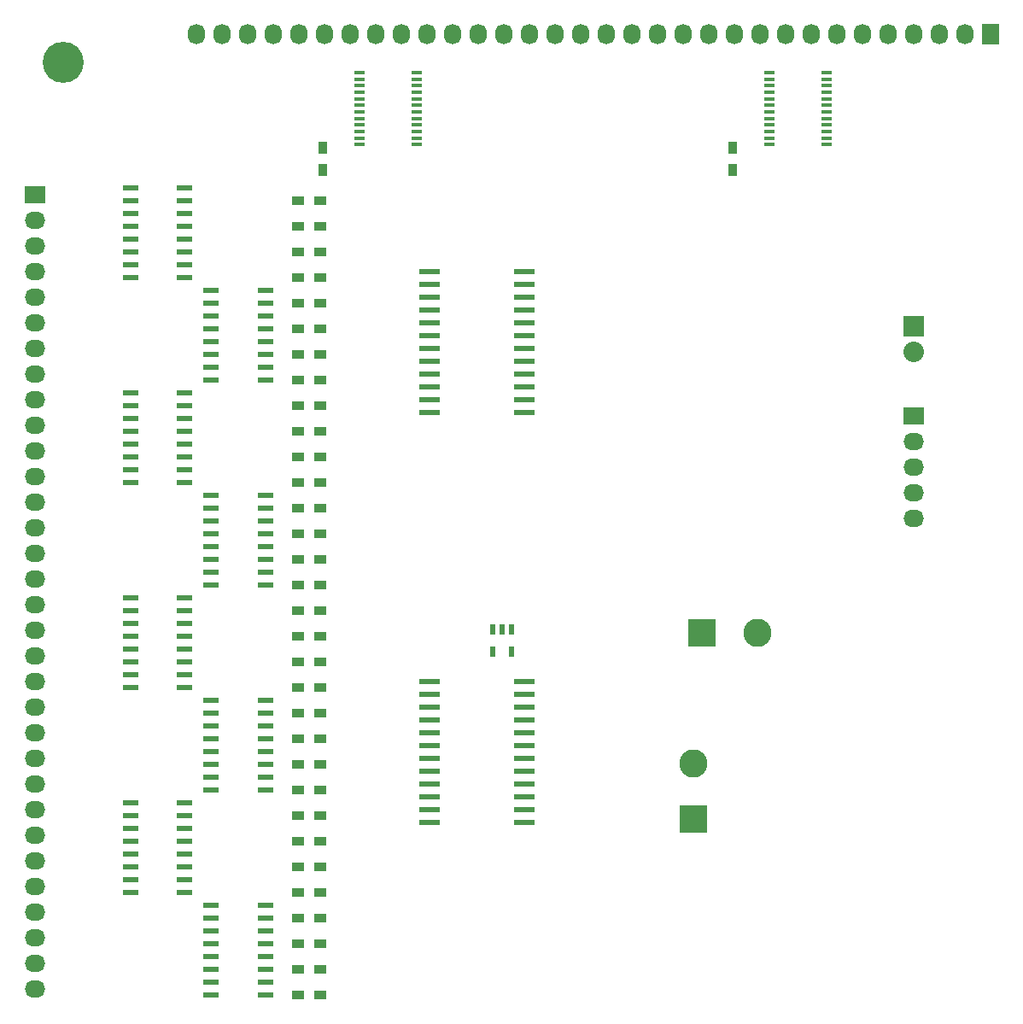
<source format=gts>
G04 #@! TF.FileFunction,Soldermask,Top*
%FSLAX46Y46*%
G04 Gerber Fmt 4.6, Leading zero omitted, Abs format (unit mm)*
G04 Created by KiCad (PCBNEW 4.0.2+dfsg1-stable) date dim. 24 sept. 2017 10:50:26 CEST*
%MOMM*%
G01*
G04 APERTURE LIST*
%ADD10C,0.100000*%
%ADD11R,2.800000X2.800000*%
%ADD12C,2.800000*%
%ADD13R,1.200000X0.900000*%
%ADD14R,2.032000X1.727200*%
%ADD15O,2.032000X1.727200*%
%ADD16R,2.032000X2.032000*%
%ADD17O,2.032000X2.032000*%
%ADD18R,0.600000X1.100000*%
%ADD19R,1.500000X0.600000*%
%ADD20R,0.900000X1.200000*%
%ADD21R,1.100000X0.400000*%
%ADD22R,2.000000X0.600000*%
%ADD23R,1.727200X2.032000*%
%ADD24O,1.727200X2.032000*%
%ADD25C,4.064000*%
G04 APERTURE END LIST*
D10*
D11*
X170000000Y-136500000D03*
D12*
X170000000Y-131000000D03*
D13*
X132926000Y-75184000D03*
X130726000Y-75184000D03*
X132926000Y-77724000D03*
X130726000Y-77724000D03*
D14*
X104648000Y-74549000D03*
D15*
X104648000Y-77089000D03*
X104648000Y-79629000D03*
X104648000Y-82169000D03*
X104648000Y-84709000D03*
X104648000Y-87249000D03*
X104648000Y-89789000D03*
X104648000Y-92329000D03*
X104648000Y-94869000D03*
X104648000Y-97409000D03*
X104648000Y-99949000D03*
X104648000Y-102489000D03*
X104648000Y-105029000D03*
X104648000Y-107569000D03*
X104648000Y-110109000D03*
X104648000Y-112649000D03*
X104648000Y-115189000D03*
X104648000Y-117729000D03*
X104648000Y-120269000D03*
X104648000Y-122809000D03*
X104648000Y-125349000D03*
X104648000Y-127889000D03*
X104648000Y-130429000D03*
X104648000Y-132969000D03*
X104648000Y-135509000D03*
X104648000Y-138049000D03*
X104648000Y-140589000D03*
X104648000Y-143129000D03*
X104648000Y-145669000D03*
X104648000Y-148209000D03*
X104648000Y-150749000D03*
X104648000Y-153289000D03*
D14*
X191770000Y-96520000D03*
D15*
X191770000Y-99060000D03*
X191770000Y-101600000D03*
X191770000Y-104140000D03*
X191770000Y-106680000D03*
D16*
X191770000Y-87630000D03*
D17*
X191770000Y-90170000D03*
D11*
X170815000Y-117983000D03*
D12*
X176315000Y-117983000D03*
D18*
X151953000Y-117645000D03*
X150053000Y-117645000D03*
X151003000Y-117645000D03*
X150053000Y-119845000D03*
X151953000Y-119845000D03*
D19*
X114140000Y-73914000D03*
X114140000Y-75184000D03*
X114140000Y-76454000D03*
X114140000Y-77724000D03*
X114140000Y-78994000D03*
X114140000Y-80264000D03*
X114140000Y-81534000D03*
X114140000Y-82804000D03*
X119540000Y-82804000D03*
X119540000Y-81534000D03*
X119540000Y-80264000D03*
X119540000Y-78994000D03*
X119540000Y-77724000D03*
X119540000Y-76454000D03*
X119540000Y-75184000D03*
X119540000Y-73914000D03*
X122141000Y-84074000D03*
X122141000Y-85344000D03*
X122141000Y-86614000D03*
X122141000Y-87884000D03*
X122141000Y-89154000D03*
X122141000Y-90424000D03*
X122141000Y-91694000D03*
X122141000Y-92964000D03*
X127541000Y-92964000D03*
X127541000Y-91694000D03*
X127541000Y-90424000D03*
X127541000Y-89154000D03*
X127541000Y-87884000D03*
X127541000Y-86614000D03*
X127541000Y-85344000D03*
X127541000Y-84074000D03*
X114140000Y-94234000D03*
X114140000Y-95504000D03*
X114140000Y-96774000D03*
X114140000Y-98044000D03*
X114140000Y-99314000D03*
X114140000Y-100584000D03*
X114140000Y-101854000D03*
X114140000Y-103124000D03*
X119540000Y-103124000D03*
X119540000Y-101854000D03*
X119540000Y-100584000D03*
X119540000Y-99314000D03*
X119540000Y-98044000D03*
X119540000Y-96774000D03*
X119540000Y-95504000D03*
X119540000Y-94234000D03*
X122141000Y-104394000D03*
X122141000Y-105664000D03*
X122141000Y-106934000D03*
X122141000Y-108204000D03*
X122141000Y-109474000D03*
X122141000Y-110744000D03*
X122141000Y-112014000D03*
X122141000Y-113284000D03*
X127541000Y-113284000D03*
X127541000Y-112014000D03*
X127541000Y-110744000D03*
X127541000Y-109474000D03*
X127541000Y-108204000D03*
X127541000Y-106934000D03*
X127541000Y-105664000D03*
X127541000Y-104394000D03*
X114140000Y-114554000D03*
X114140000Y-115824000D03*
X114140000Y-117094000D03*
X114140000Y-118364000D03*
X114140000Y-119634000D03*
X114140000Y-120904000D03*
X114140000Y-122174000D03*
X114140000Y-123444000D03*
X119540000Y-123444000D03*
X119540000Y-122174000D03*
X119540000Y-120904000D03*
X119540000Y-119634000D03*
X119540000Y-118364000D03*
X119540000Y-117094000D03*
X119540000Y-115824000D03*
X119540000Y-114554000D03*
X122141000Y-124714000D03*
X122141000Y-125984000D03*
X122141000Y-127254000D03*
X122141000Y-128524000D03*
X122141000Y-129794000D03*
X122141000Y-131064000D03*
X122141000Y-132334000D03*
X122141000Y-133604000D03*
X127541000Y-133604000D03*
X127541000Y-132334000D03*
X127541000Y-131064000D03*
X127541000Y-129794000D03*
X127541000Y-128524000D03*
X127541000Y-127254000D03*
X127541000Y-125984000D03*
X127541000Y-124714000D03*
X114140000Y-134874000D03*
X114140000Y-136144000D03*
X114140000Y-137414000D03*
X114140000Y-138684000D03*
X114140000Y-139954000D03*
X114140000Y-141224000D03*
X114140000Y-142494000D03*
X114140000Y-143764000D03*
X119540000Y-143764000D03*
X119540000Y-142494000D03*
X119540000Y-141224000D03*
X119540000Y-139954000D03*
X119540000Y-138684000D03*
X119540000Y-137414000D03*
X119540000Y-136144000D03*
X119540000Y-134874000D03*
X122141000Y-145034000D03*
X122141000Y-146304000D03*
X122141000Y-147574000D03*
X122141000Y-148844000D03*
X122141000Y-150114000D03*
X122141000Y-151384000D03*
X122141000Y-152654000D03*
X122141000Y-153924000D03*
X127541000Y-153924000D03*
X127541000Y-152654000D03*
X127541000Y-151384000D03*
X127541000Y-150114000D03*
X127541000Y-148844000D03*
X127541000Y-147574000D03*
X127541000Y-146304000D03*
X127541000Y-145034000D03*
D13*
X132926000Y-80264000D03*
X130726000Y-80264000D03*
X132926000Y-82804000D03*
X130726000Y-82804000D03*
X132926000Y-85344000D03*
X130726000Y-85344000D03*
X132926000Y-87884000D03*
X130726000Y-87884000D03*
X132926000Y-90424000D03*
X130726000Y-90424000D03*
X132926000Y-92964000D03*
X130726000Y-92964000D03*
X132926000Y-95504000D03*
X130726000Y-95504000D03*
X132926000Y-98044000D03*
X130726000Y-98044000D03*
X132926000Y-100584000D03*
X130726000Y-100584000D03*
X132926000Y-103124000D03*
X130726000Y-103124000D03*
X132926000Y-105664000D03*
X130726000Y-105664000D03*
X132926000Y-108204000D03*
X130726000Y-108204000D03*
X132926000Y-110744000D03*
X130726000Y-110744000D03*
X132926000Y-113284000D03*
X130726000Y-113284000D03*
X132926000Y-115824000D03*
X130726000Y-115824000D03*
X132926000Y-118364000D03*
X130726000Y-118364000D03*
X132926000Y-120904000D03*
X130726000Y-120904000D03*
X132926000Y-123444000D03*
X130726000Y-123444000D03*
X132926000Y-125984000D03*
X130726000Y-125984000D03*
X132926000Y-128524000D03*
X130726000Y-128524000D03*
X132926000Y-131064000D03*
X130726000Y-131064000D03*
X132926000Y-133604000D03*
X130726000Y-133604000D03*
X132926000Y-136144000D03*
X130726000Y-136144000D03*
X132926000Y-138684000D03*
X130726000Y-138684000D03*
X132926000Y-141224000D03*
X130726000Y-141224000D03*
X132926000Y-143764000D03*
X130726000Y-143764000D03*
X132926000Y-146304000D03*
X130726000Y-146304000D03*
X132926000Y-148844000D03*
X130726000Y-148844000D03*
X132926000Y-151384000D03*
X130726000Y-151384000D03*
X132926000Y-153924000D03*
X130726000Y-153924000D03*
D20*
X173863000Y-72093000D03*
X173863000Y-69893000D03*
X133223000Y-72093000D03*
X133223000Y-69893000D03*
D21*
X183190000Y-69615000D03*
X183190000Y-68965000D03*
X183190000Y-68315000D03*
X183190000Y-67665000D03*
X183190000Y-67015000D03*
X183190000Y-66365000D03*
X183190000Y-65715000D03*
X183190000Y-65065000D03*
X183190000Y-64415000D03*
X183190000Y-63765000D03*
X183190000Y-63115000D03*
X183190000Y-62465000D03*
X177490000Y-62465000D03*
X177490000Y-63115000D03*
X177490000Y-63765000D03*
X177490000Y-64415000D03*
X177490000Y-65065000D03*
X177490000Y-65715000D03*
X177490000Y-66365000D03*
X177490000Y-67015000D03*
X177490000Y-67665000D03*
X177490000Y-68315000D03*
X177490000Y-68965000D03*
X177490000Y-69615000D03*
X142550000Y-69615000D03*
X142550000Y-68965000D03*
X142550000Y-68315000D03*
X142550000Y-67665000D03*
X142550000Y-67015000D03*
X142550000Y-66365000D03*
X142550000Y-65715000D03*
X142550000Y-65065000D03*
X142550000Y-64415000D03*
X142550000Y-63765000D03*
X142550000Y-63115000D03*
X142550000Y-62465000D03*
X136850000Y-62465000D03*
X136850000Y-63115000D03*
X136850000Y-63765000D03*
X136850000Y-64415000D03*
X136850000Y-65065000D03*
X136850000Y-65715000D03*
X136850000Y-66365000D03*
X136850000Y-67015000D03*
X136850000Y-67665000D03*
X136850000Y-68315000D03*
X136850000Y-68965000D03*
X136850000Y-69615000D03*
D22*
X143763000Y-82169000D03*
X143763000Y-83439000D03*
X143763000Y-84709000D03*
X143763000Y-85979000D03*
X143763000Y-87249000D03*
X143763000Y-88519000D03*
X143763000Y-89789000D03*
X143763000Y-91059000D03*
X143763000Y-92329000D03*
X143763000Y-93599000D03*
X143763000Y-94869000D03*
X143763000Y-96139000D03*
X153163000Y-96139000D03*
X153163000Y-94869000D03*
X153163000Y-93599000D03*
X153163000Y-92329000D03*
X153163000Y-91059000D03*
X153163000Y-89789000D03*
X153163000Y-88519000D03*
X153163000Y-87249000D03*
X153163000Y-85979000D03*
X153163000Y-84709000D03*
X153163000Y-83439000D03*
X153163000Y-82169000D03*
X143763000Y-122809000D03*
X143763000Y-124079000D03*
X143763000Y-125349000D03*
X143763000Y-126619000D03*
X143763000Y-127889000D03*
X143763000Y-129159000D03*
X143763000Y-130429000D03*
X143763000Y-131699000D03*
X143763000Y-132969000D03*
X143763000Y-134239000D03*
X143763000Y-135509000D03*
X143763000Y-136779000D03*
X153163000Y-136779000D03*
X153163000Y-135509000D03*
X153163000Y-134239000D03*
X153163000Y-132969000D03*
X153163000Y-131699000D03*
X153163000Y-130429000D03*
X153163000Y-129159000D03*
X153163000Y-127889000D03*
X153163000Y-126619000D03*
X153163000Y-125349000D03*
X153163000Y-124079000D03*
X153163000Y-122809000D03*
D23*
X199390000Y-58674000D03*
D24*
X196850000Y-58674000D03*
X194310000Y-58674000D03*
X191770000Y-58674000D03*
X189230000Y-58674000D03*
X186690000Y-58674000D03*
X184150000Y-58674000D03*
X181610000Y-58674000D03*
X179070000Y-58674000D03*
X176530000Y-58674000D03*
X173990000Y-58674000D03*
X171450000Y-58674000D03*
X168910000Y-58674000D03*
X166370000Y-58674000D03*
X163830000Y-58674000D03*
X161290000Y-58674000D03*
X158750000Y-58674000D03*
X156210000Y-58674000D03*
X153670000Y-58674000D03*
X151130000Y-58674000D03*
X148590000Y-58674000D03*
X146050000Y-58674000D03*
X143510000Y-58674000D03*
X140970000Y-58674000D03*
X138430000Y-58674000D03*
X135890000Y-58674000D03*
X133350000Y-58674000D03*
X130810000Y-58674000D03*
X128270000Y-58674000D03*
X125730000Y-58674000D03*
X123190000Y-58674000D03*
X120650000Y-58674000D03*
D25*
X107500000Y-61500000D03*
M02*

</source>
